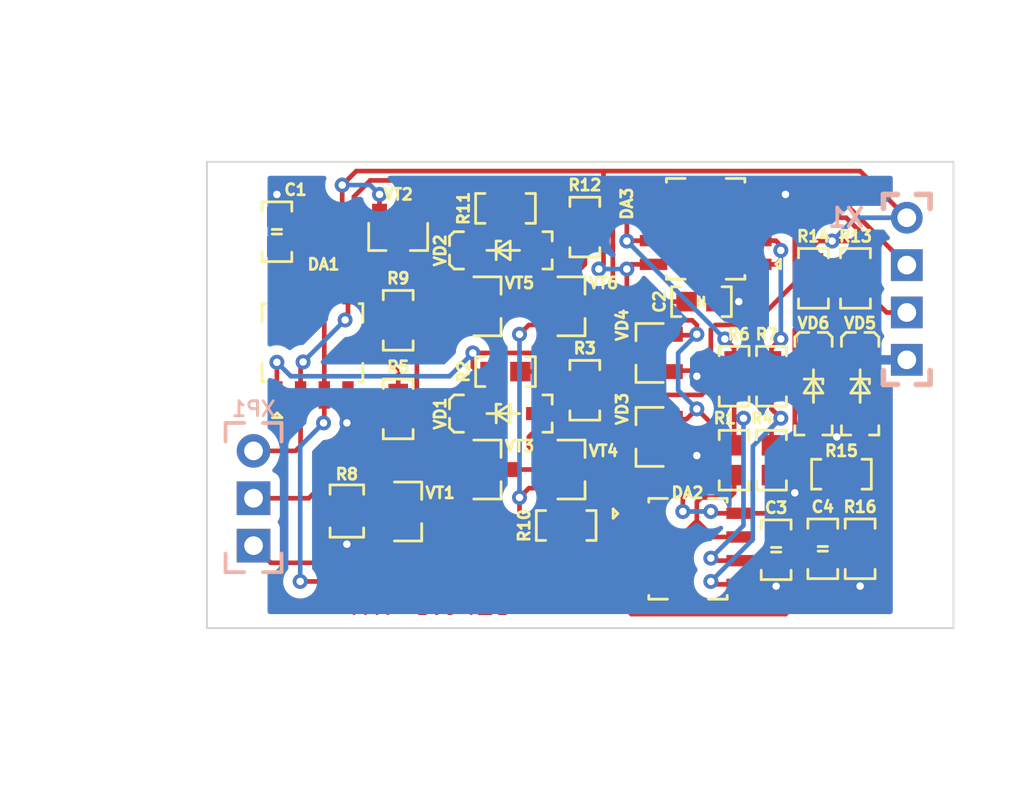
<source format=kicad_pcb>
(kicad_pcb (version 20211014) (generator pcbnew)
  (layers (0 "F.Cu" signal) (31 "B.Cu" signal) (34 "B.Paste" user) (35 "F.Paste" user) (36 "B.SilkS" user "B.Silkscreen") (37 "F.SilkS" user "F.Silkscreen") (38 "B.Mask" user) (39 "F.Mask" user) (44 "Edge.Cuts" user))
  (net 0 "")
  (net 1 "AREF")
  (net 2 "/RSA")
  (net 3 "GND")
  (net 4 "/RSB")
  (net 5 "/DA-A")
  (net 6 "/TX-OUT")
  (net 7 "/DA-B")
  (net 8 "/RSEN")
  (net 9 "Net-(R2-Pad2)")
  (net 10 "Net-(R9-Pad2)")
  (net 11 "Net-(R10-Pad2)")
  (net 12 "Net-(R3-Pad1)")
  (net 13 "Net-(R5-Pad2)")
  (net 14 "5V")
  (net 15 "/RX-IN")
  (net 16 "Net-(DA2-Pad3)")
  (net 17 "Net-(DA2-Pad6)")
  (net 18 "Net-(DA2-Pad5)")
  (net 19 "/BUFB")
  (net 20 "/BUFA")
  (net 21 "Net-(VD1-PadK)")
  (net 22 "Net-(R9-Pad1)")
  (net 23 "Net-(R10-Pad1)")
  (net 24 "Net-(R12-Pad2)")
  (net 25 "Net-(R13-Pad1)")
  (net 26 "Net-(R14-Pad1)")
  (net 27 "Net-(VD2-PadK)")
  (net 28 "Net-(R11-Pad1)")
  (footprint "KICAD6_RLC:Резистор_SMD_IEC_0603-0,1_Вт" (layer "F.Cu") (at 84 91.75 180)
    (fp_text reference "R15")
    (fp_text value "smd-резистор*10к*0,1Вт*5проц*0603*ВП")
  )
  (footprint "KICAD6_RLC:Резистор_SMD_IEC_0603-0,1_Вт" (layer "F.Cu") (at 84.75 81.25 90)
    (fp_text reference "R13")
    (fp_text value "smd-резистор*4,7*0,1Вт*5проц*0603*ВП")
  )
  (footprint "N_VD_HL:Корпус_КТ-46" (layer "F.Cu") (at 65 91.5)
    (fp_text reference "VT3")
    (fp_text value "Транзистор*pnp*0,5А*45В*SOT23")
  )
  (footprint "KICAD6_RLC:Конденсатор_SMD_IEC_0603" (layer "F.Cu") (at 76.5 82.5 180)
    (fp_text reference "C2")
    (fp_text value "Конденсатор*0,1мкФ*25В*0603")
  )
  (footprint "KICAD6_RLC:Резистор_SMD_IEC_0603-0,1_Вт" (layer "F.Cu") (at 66 86.25)
    (fp_text reference "R2")
    (fp_text value "smd-резистор*470*0,1Вт*5проц*0603*ВП")
  )
  (footprint "MOTOR_VD_VT_HL:Корпус_IEC_КД-36" (layer "F.Cu") (at 65.75 88.5)
    (fp_text reference "VD1")
    (fp_text value "smd-стабилитрон*5,1В*5мА*КД-36*ВП")
  )
  (footprint "N_VD_HL:Корпус_КТ-46" (layer "F.Cu") (at 69.5 82.75)
    (fp_text reference "VT6")
    (fp_text value "Транзистор*npn*0,5А*45В*SOT23")
  )
  (footprint "MOTOR_RLC:Резистор_SMD_IEC_0603-0,075_Вт" (layer "F.Cu") (at 78.25 91 90)
    (fp_text reference "R1")
    (fp_text value "smd-резистор*100к*0603*ВП")
  )
  (footprint "MOTOR_VD_VT_HL:Корпус_КТ-46" (layer "F.Cu") (at 73.75 85.25 180)
    (fp_text reference "VD4")
    (fp_text value "Диоды_шоттки_BAT54S" hide)
  )
  (footprint "N_RLC:Резистор_SMD_0603_0,065_Вт" (layer "F.Cu") (at 57.5 93.75 90)
    (fp_text reference "R8")
    (fp_text value "Резистор_0,065Вт")
  )
  (footprint "KICAD6_RLC:Резистор_SMD_IEC_0603-0,1_Вт" (layer "F.Cu") (at 85 95.75 90)
    (fp_text reference "R16")
    (fp_text value "smd-резистор*10к*0,1Вт*5проц*0603*ВП")
  )
  (footprint "MOTOR_IMPORT_OTK:SO-8" (layer "F.Cu") (at 79.4818 80.484 90)
    (fp_text reference "DA3")
    (fp_text value "ОУ*сдвоенный*so-8*ОТК")
  )
  (footprint "N_VD_HL:Корпус_КТ-46" (layer "F.Cu") (at 65 82.75)
    (fp_text reference "VT5")
    (fp_text value "Транзистор*pnp*0,5А*45В*SOT23")
  )
  (footprint "KICAD6_RLC:Резистор_SMD_IEC_0603-0,1_Вт" (layer "F.Cu") (at 60.25 83.5 90)
    (fp_text reference "R9")
    (fp_text value "smd-резистор*4,7*0,1Вт*5проц*0603*ВП")
  )
  (footprint "N_VD_HL:Корпус_КТ-46" (layer "F.Cu") (at 60.25 79 -90)
    (fp_text reference "VT2")
    (fp_text value "Транзистор*pnp*0,5А*45В*SOT23")
  )
  (footprint "MOTOR_IMPORT_OTK:SO-8" (layer "F.Cu") (at 53.766 87.464)
    (fp_text reference "DA1")
    (fp_text value "ОУ*сдвоенный*so-8*ОТК")
  )
  (footprint "MOTOR_VD_VT_HL:Корпус_IEC_КД-36" (layer "F.Cu") (at 65.75 79.75)
    (fp_text reference "VD2")
    (fp_text value "smd-стабилитрон*5,1В*5мА*КД-36*ВП")
  )
  (footprint "KICAD6_RLC:Конденсатор_SMD_IEC_0603" (layer "F.Cu") (at 53.75 78.75 -90)
    (fp_text reference "C1")
    (fp_text value "Конденсатор*0,1мкФ*25В*0603")
  )
  (footprint "MOTOR_VD_VT_HL:Корпус_IEC_КД-36" (layer "F.Cu") (at 82.5 86.9 -90)
    (fp_text reference "VD6")
    (fp_text value "smd-стабилитрон*5,1В*5мА*КД-36*ВП")
  )
  (footprint "KICAD6_RLC:Резистор_SMD_IEC_0603-0,1_Вт" (layer "F.Cu") (at 69.25 94.5 180)
    (fp_text reference "R10")
    (fp_text value "smd-резистор*4,7*0,1Вт*5проц*0603*ВП")
  )
  (footprint "KICAD6_RLC:Резистор_SMD_IEC_0603-0,1_Вт" (layer "F.Cu") (at 70.25 87.25 90)
    (fp_text reference "R3")
    (fp_text value "smd-резистор*1к*0,1Вт*5проц*0603*ВП")
  )
  (footprint "MOTOR_RLC:Резистор_SMD_IEC_0603-0,075_Вт" (layer "F.Cu") (at 80.25 91 90)
    (fp_text reference "R4")
    (fp_text value "smd-резистор*100к*0603*ВП")
  )
  (footprint "MOTOR_VD_VT_HL:Корпус_IEC_КД-36" (layer "F.Cu") (at 85 86.9 -90)
    (fp_text reference "VD5")
    (fp_text value "smd-стабилитрон*5,1В*5мА*КД-36*ВП")
  )
  (footprint "N_VD_HL:Корпус_КТ-46" (layer "F.Cu") (at 60.75 93.75)
    (fp_text reference "VT1")
    (fp_text value "Транзистор_полевой_N-канальный_КП526А9")
  )
  (footprint "MOTOR_RLC:Резистор_SMD_IEC_0603-0,075_Вт" (layer "F.Cu") (at 80.25 86.5 90)
    (fp_text reference "R7")
    (fp_text value "smd-резистор*20к*0603*ВП")
  )
  (footprint "KICAD6_RLC:Конденсатор_SMD_IEC_0603" (layer "F.Cu") (at 80.5 95.8 90)
    (fp_text reference "C3")
    (fp_text value "Конденсатор*0,1мкФ*25В*0603")
  )
  (footprint "KICAD6_RLC:Резистор_SMD_IEC_0603-0,1_Вт" (layer "F.Cu") (at 70.25 78.5 -90)
    (fp_text reference "R12")
    (fp_text value "smd-резистор*1к*0,1Вт*5проц*0603*ВП")
  )
  (footprint "KICAD6_RLC:Резистор_SMD_IEC_0603-0,1_Вт" (layer "F.Cu") (at 66 77.5 180)
    (fp_text reference "R11")
    (fp_text value "smd-резистор*470*0,1Вт*5проц*0603*ВП")
  )
  (footprint "MOTOR_VD_VT_HL:Корпус_КТ-46" (layer "F.Cu") (at 73.75 89.75 180)
    (fp_text reference "VD3")
    (fp_text value "Диоды_шоттки_BAT54S" hide)
  )
  (footprint "N_VD_HL:Корпус_КТ-46" (layer "F.Cu") (at 69.5 91.5)
    (fp_text reference "VT4")
    (fp_text value "Транзистор*npn*0,5А*45В*SOT23")
  )
  (footprint "MOTOR_IMPORT_OTK:SO-8" (layer "F.Cu") (at 73.0182 93.861 -90)
    (fp_text reference "DA2")
    (fp_text value "ОУ*сдвоенный*so-8*ОТК")
  )
  (footprint "KICAD6_RLC:Резистор_SMD_IEC_0603-0,1_Вт" (layer "F.Cu") (at 82.5 81.25 90)
    (fp_text reference "R14")
    (fp_text value "smd-резистор*1к*0,1Вт*5проц*0603*ВП")
  )
  (footprint "KICAD6_RLC:Резистор_SMD_IEC_0603-0,1_Вт" (layer "F.Cu") (at 60.25 88.25 90)
    (fp_text reference "R5")
    (fp_text value "smd-резистор*1к*0,1Вт*5проц*0603*ВП")
  )
  (footprint "KICAD6_RLC:Конденсатор_SMD_IEC_0603" (layer "F.Cu") (at 83 95.75 90)
    (fp_text reference "C4")
    (fp_text value "Конденсатор*0,1мкФ*25В*0603")
  )
  (footprint "MOTOR_RLC:Резистор_SMD_IEC_0603-0,075_Вт" (layer "F.Cu") (at 78.25 86.5 90)
    (fp_text reference "R6")
    (fp_text value "smd-резистор*20к*0603*ВП")
  )
  (footprint "N_X:Вилка_PLS4_вертикальная" (layer "B.Cu") (at 87.5 78 -90)
    (fp_text reference "X1")
    (fp_text value "Вилка_PLS4")
  )
  (footprint "MOTOR_X:Вилка_SNP346-3VP21-1" (layer "B.Cu") (at 52.5 90.5 -90)
    (fp_text reference "XP1")
    (fp_text value "Вилка*PLS*3контакта*1ряд*вертикальная")
  )
  (gr_line (start 50 75) (end 90 75) (layer "Edge.Cuts") (width 0.1))
  (gr_line (start 50 100) (end 50 75) (layer "Edge.Cuts") (width 0.1))
  (gr_line (start 90 75) (end 90 100) (layer "Edge.Cuts") (width 0.1))
  (gr_line (start 90 100) (end 50 100) (layer "Edge.Cuts") (width 0.1))
  (gr_text "ITR-3.0423" (at 62 98.75) (layer "F.Cu") (effects (font (size 1 1) (thickness 0.2))))
  (segment (start 71.25 97.5) (end 71.75 97.5) (width 0.25) (layer "F.Cu") (net 1))
  (segment (start 71.75 97.5) (end 71.9206 97.6706) (width 0.25) (layer "F.Cu") (net 1))
  (segment (start 82.75 93.5) (end 82 93.5) (width 0.25) (layer "F.Cu") (net 1))
  (segment (start 71.9206 97.6706) (end 71.9206 97.8294) (width 0.25) (layer "F.Cu") (net 1))
  (segment (start 71.25 97.5) (end 71.5912 97.5) (width 0.25) (layer "F.Cu") (net 1))
  (segment (start 72.135 95.115) (end 71.9206 95.3294) (width 0.25) (layer "F.Cu") (net 1))
  (segment (start 55 97.5) (end 71.25 97.5) (width 0.25) (layer "F.Cu") (net 1))
  (segment (start 71.9206 97.0794) (end 71.9206 97.3294) (width 0.25) (layer "F.Cu") (net 1))
  (segment (start 56.29 87.5) (end 56.29 88.96) (width 0.25) (layer "F.Cu") (net 1))
  (segment (start 71.9206 97.0794) (end 71.9206 97.6706) (width 0.25) (layer "F.Cu") (net 1))
  (segment (start 71.9206 97.8294) (end 71.9206 98.4206) (width 0.25) (layer "F.Cu") (net 1))
  (segment (start 85 94) (end 85 94.95) (width 0.25) (layer "F.Cu") (net 1))
  (segment (start 85.75 93) (end 85.75 92) (width 0.25) (layer "F.Cu") (net 1))
  (segment (start 72.75 99.25) (end 81 99.25) (width 0.25) (layer "F.Cu") (net 1))
  (segment (start 82 93.5) (end 81.75 93.75) (width 0.25) (layer "F.Cu") (net 1))
  (segment (start 85.5 91.75) (end 84.8 91.75) (width 0.25) (layer "F.Cu") (net 1))
  (segment (start 71.9206 98.4206) (end 72.75 99.25) (width 0.25) (layer "F.Cu") (net 1))
  (segment (start 71.9206 95.3294) (end 71.9206 97.0794) (width 0.25) (layer "F.Cu") (net 1))
  (segment (start 83 93.75) (end 82.75 93.5) (width 0.25) (layer "F.Cu") (net 1))
  (segment (start 83 93.75) (end 83.25 93.5) (width 0.25) (layer "F.Cu") (net 1))
  (segment (start 81 99.25) (end 81.75 98.5) (width 0.25) (layer "F.Cu") (net 1))
  (segment (start 85 93.75) (end 85 94) (width 0.25) (layer "F.Cu") (net 1))
  (segment (start 72.9822 95.115) (end 72.135 95.115) (width 0.25) (layer "F.Cu") (net 1))
  (segment (start 56.29 87.5) (end 56.29 81.912) (width 0.25) (layer "F.Cu") (net 1))
  (segment (start 81.75 93.75) (end 81.75 98.5) (width 0.25) (layer "F.Cu") (net 1))
  (segment (start 83 94.95) (end 83 93.75) (width 0.25) (layer "F.Cu") (net 1))
  (segment (start 85.75 92) (end 85.5 91.75) (width 0.25) (layer "F.Cu") (net 1))
  (segment (start 84.75 93.5) (end 85 93.75) (width 0.25) (layer "F.Cu") (net 1))
  (segment (start 71.9206 97.3294) (end 71.75 97.5) (width 0.25) (layer "F.Cu") (net 1))
  (segment (start 56.29 88.96) (end 56.25 89) (width 0.25) (layer "F.Cu") (net 1))
  (segment (start 83.25 93.5) (end 84.75 93.5) (width 0.25) (layer "F.Cu") (net 1))
  (segment (start 85 93.75) (end 85.75 93) (width 0.25) (layer "F.Cu") (net 1))
  (via (at 55 97.5) (size 0.8) (drill 0.4) (layers "F.Cu" "B.Cu") (net 1))
  (via (at 56.25 89) (size 0.8) (drill 0.4) (layers "F.Cu" "B.Cu") (net 1))
  (segment (start 55.75 89.5) (end 55 90.25) (width 0.25) (layer "B.Cu") (net 1))
  (segment (start 55 90.25) (end 55 97.5) (width 0.25) (layer "B.Cu") (net 1))
  (segment (start 56.25 89) (end 55.75 89.5) (width 0.25) (layer "B.Cu") (net 1))
  (segment (start 81.5 78.25) (end 81.75 78) (width 0.25) (layer "F.Cu") (net 2))
  (segment (start 71.75 89.5) (end 72 89.75) (width 0.25) (layer "F.Cu") (net 2))
  (segment (start 81.5 81.5) (end 79.25 83.75) (width 0.25) (layer "F.Cu") (net 2))
  (segment (start 81.5 78.25) (end 81.21 77.96) (width 0.25) (layer "F.Cu") (net 2))
  (segment (start 79.25 83.75) (end 77.25 83.75) (width 0.25) (layer "F.Cu") (net 2))
  (segment (start 81.75 78) (end 84.25 78) (width 0.25) (layer "F.Cu") (net 2))
  (segment (start 86.42 83.08) (end 87.5 83.08) (width 0.25) (layer "F.Cu") (net 2))
  (segment (start 77 87) (end 76.5 87.5) (width 0.25) (layer "F.Cu") (net 2))
  (segment (start 76.5 87.5) (end 72 87.5) (width 0.25) (layer "F.Cu") (net 2))
  (segment (start 66.25 91.5) (end 70.75 91.5) (width 0.25) (layer "F.Cu") (net 2))
  (segment (start 71.75 87.75) (end 71.75 89.5) (width 0.25) (layer "F.Cu") (net 2))
  (segment (start 86 79.75) (end 86 82.66) (width 0.25) (layer "F.Cu") (net 2))
  (segment (start 86 82.66) (end 86.42 83.08) (width 0.25) (layer "F.Cu") (net 2))
  (segment (start 71.75 90) (end 71.75 91.25) (width 0.25) (layer "F.Cu") (net 2))
  (segment (start 72 87.5) (end 71.75 87.75) (width 0.25) (layer "F.Cu") (net 2))
  (segment (start 81.21 77.96) (end 79.5178 77.96) (width 0.25) (layer "F.Cu") (net 2))
  (segment (start 71.75 90) (end 72 89.75) (width 0.25) (layer "F.Cu") (net 2))
  (segment (start 77 84) (end 77 87) (width 0.25) (layer "F.Cu") (net 2))
  (segment (start 77.25 83.75) (end 77 84) (width 0.25) (layer "F.Cu") (net 2))
  (segment (start 70.75 91.5) (end 71.5 91.5) (width 0.25) (layer "F.Cu") (net 2))
  (segment (start 71.5 91.5) (end 71.75 91.25) (width 0.25) (layer "F.Cu") (net 2))
  (segment (start 84.25 78) (end 86 79.75) (width 0.25) (layer "F.Cu") (net 2))
  (segment (start 72 89.75) (end 72.65 89.75) (width 0.25) (layer "F.Cu") (net 2))
  (segment (start 81.5 78.25) (end 81.5 81.5) (width 0.25) (layer "F.Cu") (net 2))
  (segment (start 80.5 92.75) (end 81.25 92.75) (width 0.25) (layer "F.Cu") (net 3))
  (segment (start 80.25 91.8) (end 80.25 92.5) (width 0.25) (layer "F.Cu") (net 3))
  (segment (start 85 88.8) (end 85 89.5) (width 0.25) (layer "F.Cu") (net 3))
  (segment (start 83 96.55) (end 83 97.5) (width 0.25) (layer "F.Cu") (net 3))
  (segment (start 74.85 86.2) (end 75.95 86.2) (width 0.25) (layer "F.Cu") (net 3))
  (segment (start 76.2 90.7) (end 76.25 90.75) (width 0.25) (layer "F.Cu") (net 3))
  (segment (start 72.9822 97.655) (end 75.155 97.655) (width 0.25) (layer "F.Cu") (net 3))
  (segment (start 76.25 98.75) (end 79.5 98.75) (width 0.25) (layer "F.Cu") (net 3))
  (segment (start 82.5 89.5) (end 82.5 88.8) (width 0.25) (layer "F.Cu") (net 3))
  (segment (start 53.75 77.95) (end 53.75 76.75) (width 0.25) (layer "F.Cu") (net 3))
  (segment (start 59.5 94.75) (end 58.75 94.75) (width 0.25) (layer "F.Cu") (net 3))
  (segment (start 77.3 82.5) (end 78.5 82.5) (width 0.25) (layer "F.Cu") (net 3))
  (segment (start 75.155 97.655) (end 76.25 98.75) (width 0.25) (layer "F.Cu") (net 3))
  (segment (start 85 89.5) (end 84.75 89.75) (width 0.25) (layer "F.Cu") (net 3))
  (segment (start 79.5 98.75) (end 80.5 97.75) (width 0.25) (layer "F.Cu") (net 3))
  (segment (start 57.56 88.94) (end 57.5 89) (width 0.25) (layer "F.Cu") (net 3))
  (segment (start 57.5 95.5) (end 58 95.5) (width 0.25) (layer "F.Cu") (net 3))
  (segment (start 83.25 97.75) (end 85 97.75) (width 0.25) (layer "F.Cu") (net 3))
  (segment (start 85 97.75) (end 85 96.55) (width 0.25) (layer "F.Cu") (net 3))
  (segment (start 80.25 92.5) (end 80.5 92.75) (width 0.25) (layer "F.Cu") (net 3))
  (segment (start 80.5 96.6) (end 80.5 97.75) (width 0.25) (layer "F.Cu") (net 3))
  (segment (start 74.85 90.7) (end 76.2 90.7) (width 0.25) (layer "F.Cu") (net 3))
  (segment (start 84.75 89.75) (end 82.75 89.75) (width 0.25) (layer "F.Cu") (net 3))
  (segment (start 57.5 94.625) (end 57.5 95.5) (width 0.25) (layer "F.Cu") (net 3))
  (segment (start 58.75 94.75) (end 58 95.5) (width 0.25) (layer "F.Cu") (net 3))
  (segment (start 81.25 92.75) (end 81.5 92.75) (width 0.25) (layer "F.Cu") (net 3))
  (segment (start 80.94 76.69) (end 81 76.75) (width 0.25) (layer "F.Cu") (net 3))
  (segment (start 75.95 86.2) (end 76.25 86.5) (width 0.25) (layer "F.Cu") (net 3))
  (segment (start 57.56 87.5) (end 57.56 88.94) (width 0.25) (layer "F.Cu") (net 3))
  (segment (start 82.75 89.75) (end 82.5 89.5) (width 0.25) (layer "F.Cu") (net 3))
  (segment (start 83 97.5) (end 83.25 97.75) (width 0.25) (layer "F.Cu") (net 3))
  (segment (start 79.5178 76.69) (end 80.94 76.69) (width 0.25) (layer "F.Cu") (net 3))
  (via (at 76.25 90.75) (size 0.8) (drill 0.4) (layers "F.Cu" "B.Cu") (net 3))
  (via (at 80.5 97.75) (size 0.8) (drill 0.4) (layers "F.Cu" "B.Cu") (net 3))
  (via (at 78.5 82.5) (size 0.8) (drill 0.4) (layers "F.Cu" "B.Cu") (net 3))
  (via (at 81 76.75) (size 0.8) (drill 0.4) (layers "F.Cu" "B.Cu") (net 3))
  (via (at 76.25 86.5) (size 0.8) (drill 0.4) (layers "F.Cu" "B.Cu") (net 3))
  (via (at 53.75 76.75) (size 0.8) (drill 0.4) (layers "F.Cu" "B.Cu") (net 3))
  (via (at 85 97.75) (size 0.8) (drill 0.4) (layers "F.Cu" "B.Cu") (net 3))
  (via (at 81.5 92.75) (size 0.8) (drill 0.4) (layers "F.Cu" "B.Cu") (net 3))
  (via (at 57.5 95.5) (size 0.8) (drill 0.4) (layers "F.Cu" "B.Cu") (net 3))
  (via (at 83.75 89.75) (size 0.8) (drill 0.4) (layers "F.Cu" "B.Cu") (net 3))
  (via (at 57.5 89) (size 0.8) (drill 0.4) (layers "F.Cu" "B.Cu") (net 3))
  (segment (start 72.19 76.69) (end 73.9298 76.69) (width 0.25) (layer "F.Cu") (net 4))
  (segment (start 76 76) (end 80 76) (width 0.25) (layer "F.Cu") (net 4))
  (segment (start 71.75 83) (end 71.5 82.75) (width 0.25) (layer "F.Cu") (net 4))
  (segment (start 80 76) (end 82.96 76) (width 0.25) (layer "F.Cu") (net 4))
  (segment (start 71.5 82.75) (end 71.75 82.5) (width 0.25) (layer "F.Cu") (net 4))
  (segment (start 72 85.25) (end 71.75 85) (width 0.25) (layer "F.Cu") (net 4))
  (segment (start 71.75 82.5) (end 71.75 77.13) (width 0.25) (layer "F.Cu") (net 4))
  (segment (start 66.25 82.75) (end 70.75 82.75) (width 0.25) (layer "F.Cu") (net 4))
  (segment (start 73.9298 76.69) (end 75.31 76.69) (width 0.25) (layer "F.Cu") (net 4))
  (segment (start 82.96 76) (end 87.5 80.54) (width 0.25) (layer "F.Cu") (net 4))
  (segment (start 72.65 85.25) (end 72 85.25) (width 0.25) (layer "F.Cu") (net 4))
  (segment (start 71.75 77.13) (end 72.19 76.69) (width 0.25) (layer "F.Cu") (net 4))
  (segment (start 75.31 76.69) (end 76 76) (width 0.25) (layer "F.Cu") (net 4))
  (segment (start 71.75 85) (end 71.75 83) (width 0.25) (layer "F.Cu") (net 4))
  (segment (start 70.75 82.75) (end 71.5 82.75) (width 0.25) (layer "F.Cu") (net 4))
  (segment (start 65.2 86.25) (end 64.5 86.25) (width 0.25) (layer "F.Cu") (net 5))
  (segment (start 70 85.25) (end 70.25 85.5) (width 0.25) (layer "F.Cu") (net 5))
  (segment (start 70.25 85.5) (end 70.25 86.45) (width 0.25) (layer "F.Cu") (net 5))
  (segment (start 64.25 86) (end 64.25 85.5) (width 0.25) (layer "F.Cu") (net 5))
  (segment (start 64.25 85.5) (end 64.25 85.25) (width 0.25) (layer "F.Cu") (net 5))
  (segment (start 53.75 87.5) (end 53.75 85.75) (width 0.25) (layer "F.Cu") (net 5))
  (segment (start 64.5 86.25) (end 64.25 86) (width 0.25) (layer "F.Cu") (net 5))
  (segment (start 64.25 85.25) (end 70 85.25) (width 0.25) (layer "F.Cu") (net 5))
  (via (at 53.75 85.75) (size 0.8) (drill 0.4) (layers "F.Cu" "B.Cu") (net 5))
  (via (at 64.25 85.25) (size 0.8) (drill 0.4) (layers "F.Cu" "B.Cu") (net 5))
  (segment (start 63 86.5) (end 64.25 85.25) (width 0.25) (layer "B.Cu") (net 5))
  (segment (start 54.5 86.5) (end 63 86.5) (width 0.25) (layer "B.Cu") (net 5))
  (segment (start 53.75 85.75) (end 54.5 86.5) (width 0.25) (layer "B.Cu") (net 5))
  (segment (start 55.02 85.8672) (end 55.155 85.7322) (width 0.25) (layer "F.Cu") (net 6))
  (segment (start 57.56 81.912) (end 57.56 83.3272) (width 0.25) (layer "F.Cu") (net 6))
  (segment (start 52.5 90.5) (end 54.75 90.5) (width 0.25) (layer "F.Cu") (net 6))
  (segment (start 54.75 90.5) (end 55.02 90.23) (width 0.25) (layer "F.Cu") (net 6))
  (segment (start 55.02 87.5) (end 55.02 85.8672) (width 0.25) (layer "F.Cu") (net 6))
  (segment (start 55.02 90.23) (end 55.02 87.5) (width 0.25) (layer "F.Cu") (net 6))
  (segment (start 57.56 83.3272) (end 57.405 83.4822) (width 0.25) (layer "F.Cu") (net 6))
  (via (at 55.155 85.7322) (size 0.8) (drill 0.4) (layers "F.Cu" "B.Cu") (net 6))
  (via (at 57.405 83.4822) (size 0.8) (drill 0.4) (layers "F.Cu" "B.Cu") (net 6))
  (segment (start 55.155 85.7322) (end 57.405 83.4822) (width 0.25) (layer "B.Cu") (net 6))
  (segment (start 65.2 77.5) (end 64.5 77.5) (width 0.25) (layer "F.Cu") (net 7))
  (segment (start 55.02 80.98) (end 57.875 78.125) (width 0.25) (layer "F.Cu") (net 7))
  (segment (start 64.25 76.75) (end 64.25 76.5) (width 0.25) (layer "F.Cu") (net 7))
  (segment (start 64.5 77.5) (end 64.25 77.25) (width 0.25) (layer "F.Cu") (net 7))
  (segment (start 57.875 76.875) (end 58.75 76) (width 0.25) (layer "F.Cu") (net 7))
  (segment (start 57.875 78.125) (end 57.875 76.875) (width 0.25) (layer "F.Cu") (net 7))
  (segment (start 70.25 76.75) (end 70.25 77.7) (width 0.25) (layer "F.Cu") (net 7))
  (segment (start 70 76.5) (end 70.25 76.75) (width 0.25) (layer "F.Cu") (net 7))
  (segment (start 63.75 76) (end 64.25 76.5) (width 0.25) (layer "F.Cu") (net 7))
  (segment (start 58.75 76) (end 63.75 76) (width 0.25) (layer "F.Cu") (net 7))
  (segment (start 70 76.5) (end 64.25 76.5) (width 0.25) (layer "F.Cu") (net 7))
  (segment (start 64.25 77.25) (end 64.25 76.75) (width 0.25) (layer "F.Cu") (net 7))
  (segment (start 55.02 81.912) (end 55.02 80.98) (width 0.25) (layer "F.Cu") (net 7))
  (segment (start 64.25 76.75) (end 64.5 76.5) (width 0.25) (layer "F.Cu") (net 7))
  (segment (start 56.25 92.25) (end 57.25 92.25) (width 0.25) (layer "F.Cu") (net 8))
  (segment (start 58.75 92.75) (end 58.25 92.25) (width 0.25) (layer "F.Cu") (net 8))
  (segment (start 52.5 93.04) (end 55.46 93.04) (width 0.25) (layer "F.Cu") (net 8))
  (segment (start 57.25 92.25) (end 57.5 92.5) (width 0.25) (layer "F.Cu") (net 8))
  (segment (start 57.5 92.5) (end 57.75 92.25) (width 0.25) (layer "F.Cu") (net 8))
  (segment (start 55.46 93.04) (end 56.25 92.25) (width 0.25) (layer "F.Cu") (net 8))
  (segment (start 59.5 92.75) (end 58.75 92.75) (width 0.25) (layer "F.Cu") (net 8))
  (segment (start 57.5 92.875) (end 57.5 92.5) (width 0.25) (layer "F.Cu") (net 8))
  (segment (start 57.75 92.25) (end 58.25 92.25) (width 0.25) (layer "F.Cu") (net 8))
  (segment (start 68.75 88.25) (end 68.5 88.5) (width 0.25) (layer "F.Cu") (net 9))
  (segment (start 68.5 88.5) (end 67.65 88.5) (width 0.25) (layer "F.Cu") (net 9))
  (segment (start 68.5 86.25) (end 68.75 86.5) (width 0.25) (layer "F.Cu") (net 9))
  (segment (start 68.75 86.5) (end 68.75 88.25) (width 0.25) (layer "F.Cu") (net 9))
  (segment (start 66.8 86.25) (end 68.5 86.25) (width 0.25) (layer "F.Cu") (net 9))
  (segment (start 60.25 80.25) (end 60.25 82.7) (width 0.25) (layer "F.Cu") (net 10))
  (segment (start 67.25 92.5) (end 66.75 93) (width 0.25) (layer "F.Cu") (net 11))
  (segment (start 68.45 94.5) (end 67 94.5) (width 0.25) (layer "F.Cu") (net 11))
  (segment (start 68.25 83.75) (end 67.25 83.75) (width 0.25) (layer "F.Cu") (net 11))
  (segment (start 68.25 92.5) (end 67.25 92.5) (width 0.25) (layer "F.Cu") (net 11))
  (segment (start 66.75 94.25) (end 66.75 93) (width 0.25) (layer "F.Cu") (net 11))
  (segment (start 67.25 83.75) (end 66.75 84.25) (width 0.25) (layer "F.Cu") (net 11))
  (segment (start 67 94.5) (end 66.75 94.25) (width 0.25) (layer "F.Cu") (net 11))
  (via (at 66.75 93) (size 0.8) (drill 0.4) (layers "F.Cu" "B.Cu") (net 11))
  (via (at 66.75 84.25) (size 0.8) (drill 0.4) (layers "F.Cu" "B.Cu") (net 11))
  (segment (start 66.75 84.25) (end 66.75 93) (width 0.25) (layer "B.Cu") (net 11))
  (segment (start 70 89.5) (end 70.25 89.25) (width 0.25) (layer "F.Cu") (net 12))
  (segment (start 68.25 90.5) (end 67.5 90.5) (width 0.25) (layer "F.Cu") (net 12))
  (segment (start 67.25 90.25) (end 67.25 89.75) (width 0.25) (layer "F.Cu") (net 12))
  (segment (start 67.5 89.5) (end 70 89.5) (width 0.25) (layer "F.Cu") (net 12))
  (segment (start 67.25 89.75) (end 67.5 89.5) (width 0.25) (layer "F.Cu") (net 12))
  (segment (start 70.25 89.25) (end 70.25 88.05) (width 0.25) (layer "F.Cu") (net 12))
  (segment (start 67.5 90.5) (end 67.25 90.25) (width 0.25) (layer "F.Cu") (net 12))
  (segment (start 60.25 87.45) (end 60.25 86.25) (width 0.25) (layer "F.Cu") (net 13))
  (segment (start 59.25 79.7) (end 60.25 78.7) (width 0.25) (layer "F.Cu") (net 13))
  (segment (start 60.25 86.25) (end 59.25 85.25) (width 0.25) (layer "F.Cu") (net 13))
  (segment (start 59.25 85.25) (end 59.25 79.7) (width 0.25) (layer "F.Cu") (net 13))
  (segment (start 60.25 77) (end 60.5 76.75) (width 0.25) (layer "F.Cu") (net 13))
  (segment (start 61.25 77) (end 61.25 77.75) (width 0.25) (layer "F.Cu") (net 13))
  (segment (start 61 76.75) (end 61.25 77) (width 0.25) (layer "F.Cu") (net 13))
  (segment (start 60.25 78.7) (end 60.25 77) (width 0.25) (layer "F.Cu") (net 13))
  (segment (start 60.5 76.75) (end 61 76.75) (width 0.25) (layer "F.Cu") (net 13))
  (segment (start 82.5 80.45) (end 82.5 79.5) (width 0.25) (layer "F.Cu") (net 14))
  (segment (start 82.75 79.25) (end 83.5 79.25) (width 0.25) (layer "F.Cu") (net 14))
  (segment (start 57.25 78) (end 54.5 80.75) (width 0.25) (layer "F.Cu") (net 14))
  (segment (start 72.75 80.5) (end 72.5 80.75) (width 0.25) (layer "F.Cu") (net 14))
  (segment (start 75.5 93) (end 75.5 93.75) (width 0.25) (layer "F.Cu") (net 14))
  (segment (start 82.5 79.5) (end 82.75 79.25) (width 0.25) (layer "F.Cu") (net 14))
  (segment (start 72.75 82.5) (end 73.25 82.5) (width 0.25) (layer "F.Cu") (net 14))
  (segment (start 72.5 80.75) (end 72.5 82.25) (width 0.25) (layer "F.Cu") (net 14))
  (segment (start 73.9298 80.5) (end 72.75 80.5) (width 0.25) (layer "F.Cu") (net 14))
  (segment (start 73.25 82.5) (end 74 82.5) (width 0.25) (layer "F.Cu") (net 14))
  (segment (start 76 83.5) (end 76.25 83.75) (width 0.25) (layer "F.Cu") (net 14))
  (segment (start 74.85 88.8) (end 75.7 88.8) (width 0.25) (layer "F.Cu") (net 14))
  (segment (start 57.25 76.25) (end 57.25 78) (width 0.25) (layer "F.Cu") (net 14))
  (segment (start 57.25 76.25) (end 58 75.5) (width 0.25) (layer "F.Cu") (net 14))
  (segment (start 59.25 77.75) (end 59.25 76.75) (width 0.25) (layer "F.Cu") (net 14))
  (segment (start 80.345 93.845) (end 80.5 94) (width 0.25) (layer "F.Cu") (net 14))
  (segment (start 72.5 82.25) (end 72.75 82.5) (width 0.25) (layer "F.Cu") (net 14))
  (segment (start 74.25 83.25) (end 74.5 83.5) (width 0.25) (layer "F.Cu") (net 14))
  (segment (start 84.75 79.5) (end 84.75 80.45) (width 0.25) (layer "F.Cu") (net 14))
  (segment (start 76.25 88.25) (end 77 89) (width 0.25) (layer "F.Cu") (net 14))
  (segment (start 71.25 75.5) (end 85 75.5) (width 0.25) (layer "F.Cu") (net 14))
  (segment (start 71.25 80.5) (end 71 80.75) (width 0.25) (layer "F.Cu") (net 14))
  (segment (start 77 91.5) (end 75.5 93) (width 0.25) (layer "F.Cu") (net 14))
  (segment (start 80.5 94) (end 80.5 95) (width 0.25) (layer "F.Cu") (net 14))
  (segment (start 53.75 81.912) (end 53.75 79.55) (width 0.25) (layer "F.Cu") (net 14))
  (segment (start 77.095 93.845) (end 77 93.75) (width 0.25) (layer "F.Cu") (net 14))
  (segment (start 75.95 84.3) (end 74.85 84.3) (width 0.25) (layer "F.Cu") (net 14))
  (segment (start 76.25 84.25) (end 75.95 84.3) (width 0.25) (layer "F.Cu") (net 14))
  (segment (start 75.7 88.8) (end 76.25 88.25) (width 0.25) (layer "F.Cu") (net 14))
  (segment (start 78.5702 93.845) (end 80.345 93.845) (width 0.25) (layer "F.Cu") (net 14))
  (segment (start 84.5 79.25) (end 84.75 79.5) (width 0.25) (layer "F.Cu") (net 14))
  (segment (start 71.25 75.5) (end 71.25 80.5) (width 0.25) (layer "F.Cu") (net 14))
  (segment (start 85 75.5) (end 87.5 78) (width 0.25) (layer "F.Cu") (net 14))
  (segment (start 74.25 82.75) (end 74.5 82.5) (width 0.25) (layer "F.Cu") (net 14))
  (segment (start 74.25 82.75) (end 74.25 83.25) (width 0.25) (layer "F.Cu") (net 14))
  (segment (start 83.5 79.25) (end 84.5 79.25) (width 0.25) (layer "F.Cu") (net 14))
  (segment (start 74.5 83.5) (end 76 83.5) (width 0.25) (layer "F.Cu") (net 14))
  (segment (start 78.5702 93.845) (end 77.095 93.845) (width 0.25) (layer "F.Cu") (net 14))
  (segment (start 76.25 83.75) (end 76.25 84.25) (width 0.25) (layer "F.Cu") (net 14))
  (segment (start 77 89) (end 77 91.5) (width 0.25) (layer "F.Cu") (net 14))
  (segment (start 54.5 80.75) (end 53.75 80.75) (width 0.25) (layer "F.Cu") (net 14))
  (segment (start 75.7 82.5) (end 74.5 82.5) (width 0.25) (layer "F.Cu") (net 14))
  (segment (start 58 75.5) (end 71.25 75.5) (width 0.25) (layer "F.Cu") (net 14))
  (segment (start 74 82.5) (end 74.25 82.75) (width 0.25) (layer "F.Cu") (net 14))
  (via (at 72.5 80.75) (size 0.8) (drill 0.4) (layers "F.Cu" "B.Cu") (net 14))
  (via (at 83.5 79.25) (size 0.8) (drill 0.4) (layers "F.Cu" "B.Cu") (net 14))
  (via (at 76.25 84.25) (size 0.8) (drill 0.4) (layers "F.Cu" "B.Cu") (net 14))
  (via (at 75.5 93.75) (size 0.8) (drill 0.4) (layers "F.Cu" "B.Cu") (net 14))
  (via (at 57.25 76.25) (size 0.8) (drill 0.4) (layers "F.Cu" "B.Cu") (net 14))
  (via (at 59.25 76.75) (size 0.8) (drill 0.4) (layers "F.Cu" "B.Cu") (net 14))
  (via (at 77 93.75) (size 0.8) (drill 0.4) (layers "F.Cu" "B.Cu") (net 14))
  (via (at 71 80.75) (size 0.8) (drill 0.4) (layers "F.Cu" "B.Cu") (net 14))
  (via (at 76.25 88.25) (size 0.8) (drill 0.4) (layers "F.Cu" "B.Cu") (net 14))
  (segment (start 76.25 84.25) (end 75.25 85.25) (width 0.25) (layer "B.Cu") (net 14))
  (segment (start 58.75 76.25) (end 59.25 76.75) (width 0.25) (layer "B.Cu") (net 14))
  (segment (start 57.25 76.25) (end 58.75 76.25) (width 0.25) (layer "B.Cu") (net 14))
  (segment (start 72.5 80.75) (end 71 80.75) (width 0.25) (layer "B.Cu") (net 14))
  (segment (start 77 93.75) (end 75.5 93.75) (width 0.25) (layer "B.Cu") (net 14))
  (segment (start 84.75 78) (end 83.5 79.25) (width 0.25) (layer "B.Cu") (net 14))
  (segment (start 75.25 87.25) (end 75.25 85.25) (width 0.25) (layer "B.Cu") (net 14))
  (segment (start 84.75 78) (end 87.5 78) (width 0.25) (layer "B.Cu") (net 14))
  (segment (start 76.25 88.25) (end 75.25 87.25) (width 0.25) (layer "B.Cu") (net 14))
  (segment (start 71 96.5) (end 53.42 96.5) (width 0.25) (layer "F.Cu") (net 15))
  (segment (start 71.4706 96.0294) (end 71 96.5) (width 0.25) (layer "F.Cu") (net 15))
  (segment (start 53.42 96.5) (end 52.5 95.58) (width 0.25) (layer "F.Cu") (net 15))
  (segment (start 72.9822 93.845) (end 71.905 93.845) (width 0.25) (layer "F.Cu") (net 15))
  (segment (start 71.4706 94.2794) (end 71.4706 96.0294) (width 0.25) (layer "F.Cu") (net 15))
  (segment (start 71.905 93.845) (end 71.4706 94.2794) (width 0.25) (layer "F.Cu") (net 15))
  (segment (start 78.25 92.75) (end 78 93) (width 0.25) (layer "F.Cu") (net 16))
  (segment (start 76.25 94.25) (end 77.115 95.115) (width 0.25) (layer "F.Cu") (net 16))
  (segment (start 72.9822 96.385) (end 74.115 96.385) (width 0.25) (layer "F.Cu") (net 16))
  (segment (start 76.25 93.25) (end 76.25 94.25) (width 0.25) (layer "F.Cu") (net 16))
  (segment (start 76.5 93) (end 76.25 93.25) (width 0.25) (layer "F.Cu") (net 16))
  (segment (start 78 93) (end 76.5 93) (width 0.25) (layer "F.Cu") (net 16))
  (segment (start 77.115 95.115) (end 78.5702 95.115) (width 0.25) (layer "F.Cu") (net 16))
  (segment (start 78.25 91.8) (end 78.25 92.75) (width 0.25) (layer "F.Cu") (net 16))
  (segment (start 74.115 96.385) (end 76.25 94.25) (width 0.25) (layer "F.Cu") (net 16))
  (segment (start 77.135 96.385) (end 77 96.25) (width 0.25) (layer "F.Cu") (net 17))
  (segment (start 78.25 87.3) (end 78.25 90.2) (width 0.25) (layer "F.Cu") (net 17))
  (segment (start 78.5702 96.385) (end 77.135 96.385) (width 0.25) (layer "F.Cu") (net 17))
  (via (at 77 96.25) (size 0.8) (drill 0.4) (layers "F.Cu" "B.Cu") (net 17))
  (via (at 78.75 88.75) (size 0.8) (drill 0.4) (layers "F.Cu" "B.Cu") (net 17))
  (segment (start 78.75 94.5) (end 77 96.25) (width 0.25) (layer "B.Cu") (net 17))
  (segment (start 78.75 88.75) (end 78.75 94.5) (width 0.25) (layer "B.Cu") (net 17))
  (segment (start 80.25 89.25) (end 80.75 88.75) (width 0.25) (layer "F.Cu") (net 18))
  (segment (start 78.5702 97.655) (end 77.155 97.655) (width 0.25) (layer "F.Cu") (net 18))
  (segment (start 80.25 90.2) (end 80.25 89.25) (width 0.25) (layer "F.Cu") (net 18))
  (segment (start 80.25 88.25) (end 80.75 88.75) (width 0.25) (layer "F.Cu") (net 18))
  (segment (start 80.25 87.3) (end 80.25 88.25) (width 0.25) (layer "F.Cu") (net 18))
  (segment (start 77.155 97.655) (end 77 97.5) (width 0.25) (layer "F.Cu") (net 18))
  (via (at 80.75 88.75) (size 0.8) (drill 0.4) (layers "F.Cu" "B.Cu") (net 18))
  (via (at 77 97.5) (size 0.8) (drill 0.4) (layers "F.Cu" "B.Cu") (net 18))
  (segment (start 79.25 95.25) (end 79.25 90.25) (width 0.25) (layer "B.Cu") (net 18))
  (segment (start 80.75 88.75) (end 79.25 90.25) (width 0.25) (layer "B.Cu") (net 18))
  (segment (start 77 97.5) (end 79.25 95.25) (width 0.25) (layer "B.Cu") (net 18))
  (segment (start 73.9298 79.23) (end 72.52 79.23) (width 0.25) (layer "F.Cu") (net 19))
  (segment (start 77.75 84.5) (end 78.25 85) (width 0.25) (layer "F.Cu") (net 19))
  (segment (start 78.25 85) (end 78.25 85.7) (width 0.25) (layer "F.Cu") (net 19))
  (segment (start 72.5 78.25) (end 72.79 77.96) (width 0.25) (layer "F.Cu") (net 19))
  (segment (start 72.5 79.25) (end 72.5 78.25) (width 0.25) (layer "F.Cu") (net 19))
  (segment (start 72.79 77.96) (end 73.9298 77.96) (width 0.25) (layer "F.Cu") (net 19))
  (segment (start 72.52 79.23) (end 72.5 79.25) (width 0.25) (layer "F.Cu") (net 19))
  (via (at 72.5 79.25) (size 0.8) (drill 0.4) (layers "F.Cu" "B.Cu") (net 19))
  (via (at 77.75 84.5) (size 0.8) (drill 0.4) (layers "F.Cu" "B.Cu") (net 19))
  (segment (start 72.5 79.25) (end 77.75 84.5) (width 0.25) (layer "B.Cu") (net 19))
  (segment (start 80.48 79.23) (end 80.75 79.5) (width 0.25) (layer "F.Cu") (net 20))
  (segment (start 80.25 85.7) (end 80.25 85) (width 0.25) (layer "F.Cu") (net 20))
  (segment (start 80.75 79.75) (end 80.75 80.25) (width 0.25) (layer "F.Cu") (net 20))
  (segment (start 80.75 79.5) (end 80.75 79.75) (width 0.25) (layer "F.Cu") (net 20))
  (segment (start 80.25 85) (end 80.75 84.5) (width 0.25) (layer "F.Cu") (net 20))
  (segment (start 80.75 80.25) (end 80.5 80.5) (width 0.25) (layer "F.Cu") (net 20))
  (segment (start 80.5 80.5) (end 79.5178 80.5) (width 0.25) (layer "F.Cu") (net 20))
  (segment (start 79.5178 79.23) (end 80.48 79.23) (width 0.25) (layer "F.Cu") (net 20))
  (via (at 80.75 84.5) (size 0.8) (drill 0.4) (layers "F.Cu" "B.Cu") (net 20))
  (via (at 80.75 79.75) (size 0.8) (drill 0.4) (layers "F.Cu" "B.Cu") (net 20))
  (segment (start 80.75 84.5) (end 80.75 79.75) (width 0.25) (layer "B.Cu") (net 20))
  (segment (start 63.75 90.5) (end 63 90.5) (width 0.25) (layer "F.Cu") (net 21))
  (segment (start 63 90.5) (end 62.75 90.25) (width 0.25) (layer "F.Cu") (net 21))
  (segment (start 62.75 88.75) (end 63 88.5) (width 0.25) (layer "F.Cu") (net 21))
  (segment (start 63 88.5) (end 63.85 88.5) (width 0.25) (layer "F.Cu") (net 21))
  (segment (start 62.75 90.25) (end 62.75 88.75) (width 0.25) (layer "F.Cu") (net 21))
  (segment (start 63 92.5) (end 63.75 92.5) (width 0.25) (layer "F.Cu") (net 22))
  (segment (start 61.25 85.5) (end 63 83.75) (width 0.25) (layer "F.Cu") (net 22))
  (segment (start 60.25 85.25) (end 60.5 85.5) (width 0.25) (layer "F.Cu") (net 22))
  (segment (start 60.5 85.5) (end 61.25 85.5) (width 0.25) (layer "F.Cu") (net 22))
  (segment (start 61.25 85.5) (end 61.25 90.75) (width 0.25) (layer "F.Cu") (net 22))
  (segment (start 60.25 84.3) (end 60.25 85.25) (width 0.25) (layer "F.Cu") (net 22))
  (segment (start 63 83.75) (end 63.75 83.75) (width 0.25) (layer "F.Cu") (net 22))
  (segment (start 61.25 90.75) (end 63 92.5) (width 0.25) (layer "F.Cu") (net 22))
  (segment (start 70.05 94.5) (end 70.75 94.5) (width 0.25) (layer "F.Cu") (net 23))
  (segment (start 63 93.75) (end 62 93.75) (width 0.25) (layer "F.Cu") (net 23))
  (segment (start 71 94.75) (end 71 95.5) (width 0.25) (layer "F.Cu") (net 23))
  (segment (start 70.75 94.5) (end 71 94.75) (width 0.25) (layer "F.Cu") (net 23))
  (segment (start 60.25 90.5) (end 63 93.25) (width 0.25) (layer "F.Cu") (net 23))
  (segment (start 60.25 89.05) (end 60.25 90.5) (width 0.25) (layer "F.Cu") (net 23))
  (segment (start 63 93.25) (end 63 93.75) (width 0.25) (layer "F.Cu") (net 23))
  (segment (start 70.75 95.75) (end 67 95.75) (width 0.25) (layer "F.Cu") (net 23))
  (segment (start 65 93.75) (end 63 93.75) (width 0.25) (layer "F.Cu") (net 23))
  (segment (start 67 95.75) (end 65 93.75) (width 0.25) (layer "F.Cu") (net 23))
  (segment (start 71 95.5) (end 70.75 95.75) (width 0.25) (layer "F.Cu") (net 23))
  (segment (start 67.5 81.75) (end 67.25 81.5) (width 0.25) (layer "F.Cu") (net 24))
  (segment (start 67.25 81.5) (end 67.25 81.25) (width 0.25) (layer "F.Cu") (net 24))
  (segment (start 67.25 81) (end 67.5 80.75) (width 0.25) (layer "F.Cu") (net 24))
  (segment (start 67.5 80.75) (end 70 80.75) (width 0.25) (layer "F.Cu") (net 24))
  (segment (start 70.25 80.5) (end 70.25 79.3) (width 0.25) (layer "F.Cu") (net 24))
  (segment (start 67.25 81.25) (end 67.25 81) (width 0.25) (layer "F.Cu") (net 24))
  (segment (start 68.25 81.75) (end 67.5 81.75) (width 0.25) (layer "F.Cu") (net 24))
  (segment (start 70 80.75) (end 70.25 80.5) (width 0.25) (layer "F.Cu") (net 24))
  (segment (start 84.75 83.25) (end 85 83.5) (width 0.25) (layer "F.Cu") (net 25))
  (segment (start 84.75 82.05) (end 84.75 83.25) (width 0.25) (layer "F.Cu") (net 25))
  (segment (start 85 83.5) (end 85 85) (width 0.25) (layer "F.Cu") (net 25))
  (segment (start 81.5 90.75) (end 82.5 91.75) (width 0.25) (layer "F.Cu") (net 26))
  (segment (start 83.2 91.75) (end 82.5 91.75) (width 0.25) (layer "F.Cu") (net 26))
  (segment (start 82.5 82.3) (end 82.5 83.5) (width 0.25) (layer "F.Cu") (net 26))
  (segment (start 82.5 83.75) (end 82.5 85) (width 0.25) (layer "F.Cu") (net 26))
  (segment (start 81.5 89) (end 81.5 90.75) (width 0.25) (layer "F.Cu") (net 26))
  (segment (start 82.5 83.5) (end 82.5 83.75) (width 0.25) (layer "F.Cu") (net 26))
  (segment (start 82.5 83.5) (end 82 83.5) (width 0.25) (layer "F.Cu") (net 26))
  (segment (start 81.5 84) (end 81.5 89) (width 0.25) (layer "F.Cu") (net 26))
  (segment (start 82 83.5) (end 81.5 84) (width 0.25) (layer "F.Cu") (net 26))
  (segment (start 63 81.75) (end 62.75 81.5) (width 0.25) (layer "F.Cu") (net 27))
  (segment (start 63 79.75) (end 63.85 79.75) (width 0.25) (layer "F.Cu") (net 27))
  (segment (start 63.75 81.75) (end 63 81.75) (width 0.25) (layer "F.Cu") (net 27))
  (segment (start 62.75 80) (end 63 79.75) (width 0.25) (layer "F.Cu") (net 27))
  (segment (start 62.75 81.5) (end 62.75 80) (width 0.25) (layer "F.Cu") (net 27))
  (segment (start 68.75 77.75) (end 68.75 79.5) (width 0.25) (layer "F.Cu") (net 28))
  (segment (start 68.5 79.75) (end 67.65 79.75) (width 0.25) (layer "F.Cu") (net 28))
  (segment (start 66.8 77.5) (end 68.5 77.5) (width 0.25) (layer "F.Cu") (net 28))
  (segment (start 68.5 77.5) (end 68.75 77.75) (width 0.25) (layer "F.Cu") (net 28))
  (segment (start 68.75 79.5) (end 68.5 79.75) (width 0.25) (layer "F.Cu") (net 28))
  (zone (net 3) (net_name "GND") (layer "B.Cu") (connect_pads (clearance 0.508)) (min_thickness 0.254) (fill yes (thermal_gap 0.508) (thermal_bridge_width 0.508))
    (polygon (pts (xy 86.75 99.25) (xy 53.25 99.25) (xy 53.25 75.75) (xy 86.75 75.75)))
  )
)
</source>
